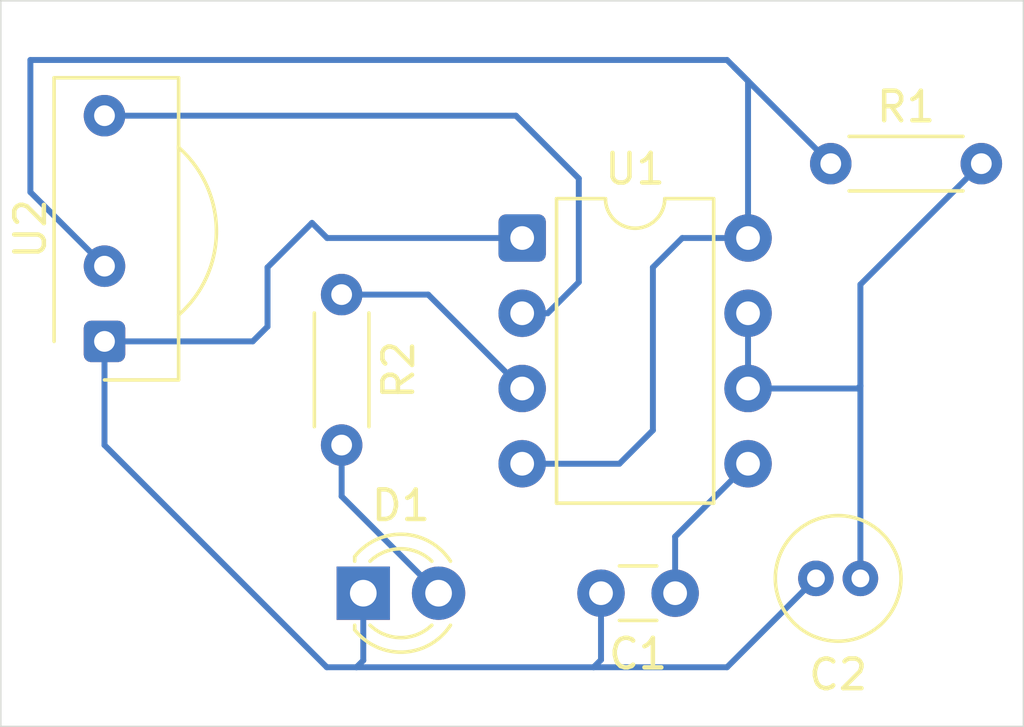
<source format=kicad_pcb>
(kicad_pcb (version 20241229) (generator "pcbnew") (generator_version "9.0")
  (layers (0 "F.Cu" signal) (2 "B.Cu" signal) (13 "F.Paste" user) (15 "B.Paste" user) (5 "F.SilkS" user "F.Silkscreen") (7 "B.SilkS" user "B.Silkscreen") (1 "F.Mask" user) (3 "B.Mask" user) (25 "Edge.Cuts" user))
  (net 0 "")
  (net 1 "+5V")
  (net 2 "Net-(U1-DIS)")
  (net 3 "Net-(D1-A)")
  (net 4 "Net-(U1-Q)")
  (net 5 "GND")
  (net 6 "Net-(U1-TR)")
  (net 7 "Net-(U1-CV)")
  (footprint "Package_DIP:DIP-8_W7.62mm" (layer "F.Cu") (at 135.09 74.01)
    (property "Reference" "U1" (at 3.81 -2.33 0) (layer "F.SilkS"))
    (property "Value" "NE555P")
    (fp_line (start 1.16 -1.33) (end 1.16 8.95) (stroke (width 0.12)) (layer "F.SilkS"))
    (fp_line (start 1.16 8.95) (end 6.46 8.95) (stroke (width 0.12)) (layer "F.SilkS"))
    (fp_line (start 2.81 -1.33) (end 1.16 -1.33) (stroke (width 0.12)) (layer "F.SilkS"))
    (fp_line (start 6.46 -1.33) (end 4.81 -1.33) (stroke (width 0.12)) (layer "F.SilkS"))
    (fp_line (start 6.46 8.95) (end 6.46 -1.33) (stroke (width 0.12)) (layer "F.SilkS"))
    (fp_arc (start 4.81 -1.33) (mid 3.81 -0.33) (end 2.81 -1.33) (stroke (width 0.12)) (layer "F.SilkS"))
    (pad "1" thru_hole roundrect (at 0 0) (size 1.6 1.6) (drill 0.8) (layers "*.Cu" "*.Mask") (roundrect_rratio 0.15625) (net 5 "GND"))
    (pad "2" thru_hole circle (at 0 2.54) (size 1.6 1.6) (drill 0.8) (layers "*.Cu" "*.Mask") (net 6 "Net-(U1-TR)"))
    (pad "3" thru_hole circle (at 0 5.08) (size 1.6 1.6) (drill 0.8) (layers "*.Cu" "*.Mask") (net 4 "Net-(U1-Q)"))
    (pad "4" thru_hole circle (at 0 7.62) (size 1.6 1.6) (drill 0.8) (layers "*.Cu" "*.Mask") (net 1 "+5V"))
    (pad "5" thru_hole circle (at 7.62 7.62) (size 1.6 1.6) (drill 0.8) (layers "*.Cu" "*.Mask") (net 7 "Net-(U1-CV)"))
    (pad "6" thru_hole circle (at 7.62 5.08) (size 1.6 1.6) (drill 0.8) (layers "*.Cu" "*.Mask") (net 2 "Net-(U1-DIS)"))
    (pad "7" thru_hole circle (at 7.62 2.54) (size 1.6 1.6) (drill 0.8) (layers "*.Cu" "*.Mask") (net 2 "Net-(U1-DIS)"))
    (pad "8" thru_hole circle (at 7.62 0) (size 1.6 1.6) (drill 0.8) (layers "*.Cu" "*.Mask") (net 1 "+5V"))
  )
  (footprint "Resistor_THT:R_Axial_DIN0204_L3.6mm_D1.6mm_P5.08mm_Horizontal" (layer "F.Cu") (at 129 75.92 -90)
    (property "Reference" "R2" (at 2.54 -1.92 90) (layer "F.SilkS"))
    (property "Value" "R")
    (fp_line (start 0.62 0.92) (end 4.46 0.92) (stroke (width 0.12)) (layer "F.SilkS"))
    (fp_line (start 0.62 -0.92) (end 4.46 -0.92) (stroke (width 0.12)) (layer "F.SilkS"))
    (pad "1" thru_hole circle (at 0 0 270) (size 1.4 1.4) (drill 0.7) (layers "*.Cu" "*.Mask") (net 4 "Net-(U1-Q)"))
    (pad "2" thru_hole oval (at 5.08 0 270) (size 1.4 1.4) (drill 0.7) (layers "*.Cu" "*.Mask") (net 3 "Net-(D1-A)"))
  )
  (footprint "Capacitor_THT:C_Radial_D4.0mm_H7.0mm_P1.50mm" (layer "F.Cu") (at 146.5 85.5 180)
    (property "Reference" "C2" (at 0.75 -3.25 0) (layer "F.SilkS"))
    (property "Value" "C_Polarized")
    (fp_circle (center 0.75 0) (end 2.87 0) (stroke (width 0.12)) (fill no) (layer "F.SilkS"))
    (pad "1" thru_hole circle (at 0 0 180) (size 1.2 1.2) (drill 0.6) (layers "*.Cu" "*.Mask") (net 2 "Net-(U1-DIS)"))
    (pad "2" thru_hole circle (at 1.5 0 180) (size 1.2 1.2) (drill 0.6) (layers "*.Cu" "*.Mask") (net 5 "GND"))
  )
  (footprint "Capacitor_THT:C_Disc_D3.0mm_W1.6mm_P2.50mm" (layer "F.Cu") (at 140.25 86 180)
    (property "Reference" "C1" (at 1.25 -2.05 0) (layer "F.SilkS"))
    (property "Value" "C")
    (fp_line (start 0.621 0.92) (end 1.879 0.92) (stroke (width 0.12)) (layer "F.SilkS"))
    (fp_line (start 0.621 -0.92) (end 1.879 -0.92) (stroke (width 0.12)) (layer "F.SilkS"))
    (pad "1" thru_hole circle (at 0 0 180) (size 1.6 1.6) (drill 0.8) (layers "*.Cu" "*.Mask") (net 7 "Net-(U1-CV)"))
    (pad "2" thru_hole circle (at 2.5 0 180) (size 1.6 1.6) (drill 0.8) (layers "*.Cu" "*.Mask") (net 5 "GND"))
  )
  (footprint "Resistor_THT:R_Axial_DIN0204_L3.6mm_D1.6mm_P5.08mm_Horizontal" (layer "F.Cu") (at 145.5 71.5)
    (property "Reference" "R1" (at 2.54 -1.92 0) (layer "F.SilkS"))
    (property "Value" "R")
    (fp_line (start 0.62 -0.92) (end 4.46 -0.92) (stroke (width 0.12)) (layer "F.SilkS"))
    (fp_line (start 0.62 0.92) (end 4.46 0.92) (stroke (width 0.12)) (layer "F.SilkS"))
    (pad "1" thru_hole circle (at 0 0) (size 1.4 1.4) (drill 0.7) (layers "*.Cu" "*.Mask") (net 1 "+5V"))
    (pad "2" thru_hole oval (at 5.08 0) (size 1.4 1.4) (drill 0.7) (layers "*.Cu" "*.Mask") (net 2 "Net-(U1-DIS)"))
  )
  (footprint "LED_THT:LED_D3.0mm" (layer "F.Cu") (at 129.73 86)
    (property "Reference" "D1" (at 1.27 -2.96 0) (layer "F.SilkS"))
    (property "Value" "LED")
    (fp_line (start -0.29 -1.236) (end -0.29 -1.08) (stroke (width 0.12)) (layer "F.SilkS"))
    (fp_line (start -0.29 1.08) (end -0.29 1.236) (stroke (width 0.12)) (layer "F.SilkS"))
    (fp_arc (start -0.29 -1.235516) (mid 1.365624 -1.987701) (end 2.941397 -1.080061) (stroke (width 0.12)) (layer "F.SilkS"))
    (fp_arc (start 0.229039 -1.08) (mid 1.269964 -1.5) (end 2.31091 -1.080049) (stroke (width 0.12)) (layer "F.SilkS"))
    (fp_arc (start 2.31091 1.080049) (mid 1.269964 1.5) (end 0.229039 1.08) (stroke (width 0.12)) (layer "F.SilkS"))
    (fp_arc (start 2.941397 1.080061) (mid 1.365624 1.987701) (end -0.29 1.235516) (stroke (width 0.12)) (layer "F.SilkS"))
    (pad "1" thru_hole rect (at 0 0) (size 1.8 1.8) (drill 0.9) (layers "*.Cu" "*.Mask") (net 5 "GND"))
    (pad "2" thru_hole circle (at 2.54 0) (size 1.8 1.8) (drill 0.9) (layers "*.Cu" "*.Mask") (net 3 "Net-(D1-A)"))
  )
  (footprint "OptoDevice:Vishay_CAST-3Pin" (layer "F.Cu") (at 121 77.5 90)
    (property "Reference" "U2" (at 3.8 -2.5 90) (layer "F.SilkS"))
    (property "Value" "TSOP17xx")
    (fp_line (start 8.9 -1.7) (end 0 -1.7) (stroke (width 0.12)) (layer "F.SilkS"))
    (fp_line (start -1.3 0) (end -1.3 2.5) (stroke (width 0.12)) (layer "F.SilkS"))
    (fp_line (start 8.9 2.5) (end 8.9 -1.7) (stroke (width 0.12)) (layer "F.SilkS"))
    (fp_line (start 6.5 2.5) (end 8.9 2.5) (stroke (width 0.12)) (layer "F.SilkS"))
    (fp_line (start 0.9 2.5) (end 6.6 2.5) (stroke (width 0.12)) (layer "F.SilkS"))
    (fp_line (start -1.3 2.5) (end 0.9 2.5) (stroke (width 0.12)) (layer "F.SilkS"))
    (fp_arc (start 6.55 2.5) (mid 3.722825 3.776095) (end 0.893744 2.504232) (stroke (width 0.12)) (layer "F.SilkS"))
    (pad "1" thru_hole roundrect (at 0 0 90) (size 1.4 1.4) (drill 0.7) (layers "*.Cu" "*.Mask") (roundrect_rratio 0.178) (net 5 "GND"))
    (pad "2" thru_hole circle (at 2.54 0 90) (size 1.4 1.4) (drill 0.7) (layers "*.Cu" "*.Mask") (net 1 "+5V"))
    (pad "3" thru_hole circle (at 7.62 0 90) (size 1.4 1.4) (drill 0.7) (layers "*.Cu" "*.Mask") (net 6 "Net-(U1-TR)"))
  )
  (gr_rect (start 117.5 66) (end 152 90.5) (stroke (width 0.05)) (fill no) (layer "Edge.Cuts"))
  (segment (start 140.49 74.01) (end 142.71 74.01) (width 0.2) (layer "B.Cu") (net 1))
  (segment (start 118.5 72.46) (end 121 74.96) (width 0.2) (layer "B.Cu") (net 1))
  (segment (start 142.71 74.01) (end 142.71 68.71) (width 0.2) (layer "B.Cu") (net 1))
  (segment (start 142 68) (end 118.5 68) (width 0.2) (layer "B.Cu") (net 1))
  (segment (start 145.5 71.5) (end 142.25 68.25) (width 0.2) (layer "B.Cu") (net 1))
  (segment (start 139.5 80.5) (end 139.5 75) (width 0.2) (layer "B.Cu") (net 1))
  (segment (start 142.71 68.71) (end 142.25 68.25) (width 0.2) (layer "B.Cu") (net 1))
  (segment (start 142.25 68.25) (end 142 68) (width 0.2) (layer "B.Cu") (net 1))
  (segment (start 118.5 68) (end 118.5 72.46) (width 0.2) (layer "B.Cu") (net 1))
  (segment (start 135.09 81.63) (end 138.37 81.63) (width 0.2) (layer "B.Cu") (net 1))
  (segment (start 138.37 81.63) (end 139.5 80.5) (width 0.2) (layer "B.Cu") (net 1))
  (segment (start 139.5 75) (end 140.49 74.01) (width 0.2) (layer "B.Cu") (net 1))
  (segment (start 146.5 79) (end 146.5 75.58) (width 0.2) (layer "B.Cu") (net 2))
  (segment (start 146.41 79.09) (end 146.5 79) (width 0.2) (layer "B.Cu") (net 2))
  (segment (start 146.5 75.58) (end 150.58 71.5) (width 0.2) (layer "B.Cu") (net 2))
  (segment (start 142.71 79.09) (end 146.41 79.09) (width 0.2) (layer "B.Cu") (net 2))
  (segment (start 142.71 79.09) (end 142.71 76.55) (width 0.2) (layer "B.Cu") (net 2))
  (segment (start 146.5 85.5) (end 146.5 79) (width 0.2) (layer "B.Cu") (net 2))
  (segment (start 132.27 86) (end 129 82.73) (width 0.2) (layer "B.Cu") (net 3))
  (segment (start 129 82.73) (end 129 81) (width 0.2) (layer "B.Cu") (net 3))
  (segment (start 131.92 75.92) (end 135.09 79.09) (width 0.2) (layer "B.Cu") (net 4))
  (segment (start 129 75.92) (end 131.92 75.92) (width 0.2) (layer "B.Cu") (net 4))
  (segment (start 128.51 74.01) (end 135.09 74.01) (width 0.2) (layer "B.Cu") (net 5))
  (segment (start 121 77.5) (end 121 81) (width 0.2) (layer "B.Cu") (net 5))
  (segment (start 142 88.5) (end 145 85.5) (width 0.2) (layer "B.Cu") (net 5))
  (segment (start 128 73.5) (end 128.51 74.01) (width 0.2) (layer "B.Cu") (net 5))
  (segment (start 121 81) (end 128.5 88.5) (width 0.2) (layer "B.Cu") (net 5))
  (segment (start 126 77.5) (end 126.5 77) (width 0.2) (layer "B.Cu") (net 5))
  (segment (start 126.5 77) (end 126.5 75) (width 0.2) (layer "B.Cu") (net 5))
  (segment (start 137.75 88.25) (end 137.5 88.5) (width 0.2) (layer "B.Cu") (net 5))
  (segment (start 128.5 88.5) (end 129.5 88.5) (width 0.2) (layer "B.Cu") (net 5))
  (segment (start 137.5 88.5) (end 142 88.5) (width 0.2) (layer "B.Cu") (net 5))
  (segment (start 129.73 86) (end 129.73 88.27) (width 0.2) (layer "B.Cu") (net 5))
  (segment (start 129.5 88.5) (end 137.5 88.5) (width 0.2) (layer "B.Cu") (net 5))
  (segment (start 126.5 75) (end 128 73.5) (width 0.2) (layer "B.Cu") (net 5))
  (segment (start 137.75 86) (end 137.75 88.25) (width 0.2) (layer "B.Cu") (net 5))
  (segment (start 129.73 88.27) (end 129.5 88.5) (width 0.2) (layer "B.Cu") (net 5))
  (segment (start 121 77.5) (end 126 77.5) (width 0.2) (layer "B.Cu") (net 5))
  (segment (start 134.88 69.88) (end 137 72) (width 0.2) (layer "B.Cu") (net 6))
  (segment (start 135.95 76.55) (end 135.09 76.55) (width 0.2) (layer "B.Cu") (net 6))
  (segment (start 137 75.5) (end 135.95 76.55) (width 0.2) (layer "B.Cu") (net 6))
  (segment (start 137 72) (end 137 75.5) (width 0.2) (layer "B.Cu") (net 6))
  (segment (start 121 69.88) (end 134.88 69.88) (width 0.2) (layer "B.Cu") (net 6))
  (segment (start 140.25 84.09) (end 142.71 81.63) (width 0.2) (layer "B.Cu") (net 7))
  (segment (start 140.25 86) (end 140.25 84.09) (width 0.2) (layer "B.Cu") (net 7))
)
</source>
